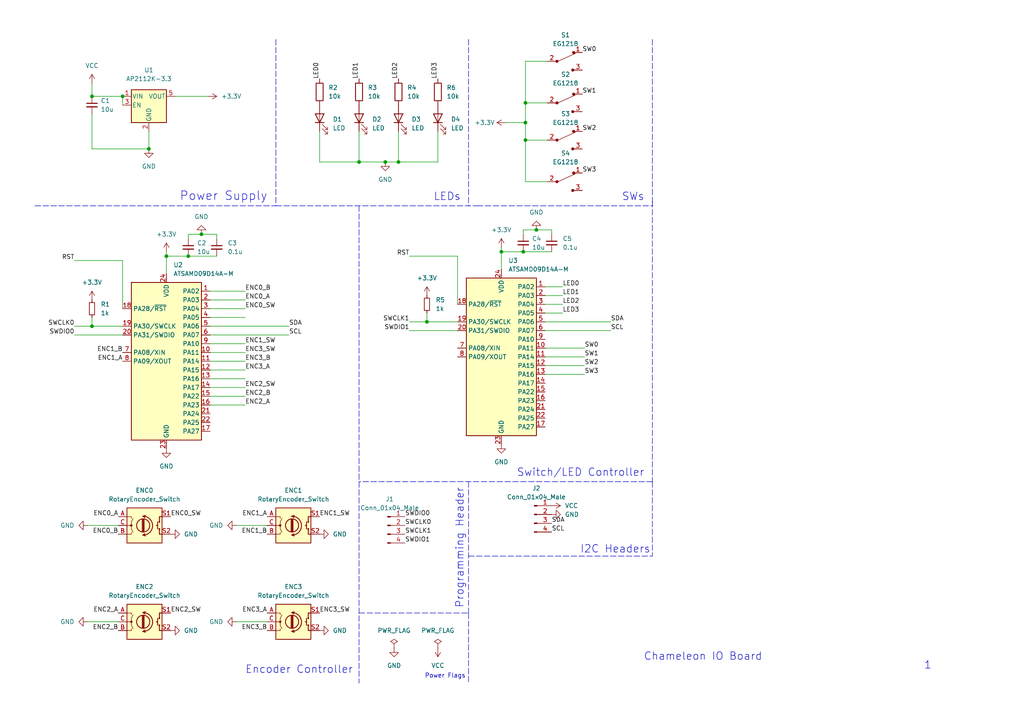
<source format=kicad_sch>
(kicad_sch (version 20211123) (generator eeschema)
  (paper "A4")
  (lib_symbols
    (symbol "Connector:Conn_01x04_Male" (pin_names (offset 1.016) hide)
      (property "Reference" "J" (at 0 5.08 0))
      (property "Value" "Conn_01x04_Male" (at 0 -7.62 0))
      (symbol "Conn_01x04_Male_1_1"
        (polyline (pts (xy 1.27 -5.08) (xy 0.8636 -5.08)) (stroke (width 0.1524)))
        (polyline (pts (xy 1.27 -2.54) (xy 0.8636 -2.54)) (stroke (width 0.1524)))
        (polyline (pts (xy 1.27 0) (xy 0.8636 0)) (stroke (width 0.1524)))
        (polyline (pts (xy 1.27 2.54) (xy 0.8636 2.54)) (stroke (width 0.1524)))
        (rectangle (start 0.8636 -4.953) (end 0 -5.207) (stroke (width 0.1524)) (fill (type outline)))
        (rectangle (start 0.8636 -2.413) (end 0 -2.667) (stroke (width 0.1524)) (fill (type outline)))
        (rectangle (start 0.8636 0.127) (end 0 -0.127) (stroke (width 0.1524)) (fill (type outline)))
        (rectangle (start 0.8636 2.667) (end 0 2.413) (stroke (width 0.1524)) (fill (type outline)))
        (pin passive line (at 5.08 2.54 180) (length 3.81) (name "Pin_1") (number "1"))
        (pin passive line (at 5.08 0 180) (length 3.81) (name "Pin_2") (number "2"))
        (pin passive line (at 5.08 -2.54 180) (length 3.81) (name "Pin_3") (number "3"))
        (pin passive line (at 5.08 -5.08 180) (length 3.81) (name "Pin_4") (number "4"))
      )
    )
    (symbol "Device:C_Small" (pin_numbers hide) (pin_names (offset 0.254) hide)
      (property "Reference" "C" (at 0.254 1.778 0))
      (property "Value" "C_Small" (at 0.254 -2.032 0))
      (symbol "C_Small_0_1"
        (polyline (pts (xy -1.524 -0.508) (xy 1.524 -0.508)) (stroke (width 0.3302)))
        (polyline (pts (xy -1.524 0.508) (xy 1.524 0.508)) (stroke (width 0.3048)))
      )
      (symbol "C_Small_1_1"
        (pin passive line (at 0 2.54 270) (length 2.032) (name "~") (number "1"))
        (pin passive line (at 0 -2.54 90) (length 2.032) (name "~") (number "2"))
      )
    )
    (symbol "Device:LED" (pin_numbers hide) (pin_names (offset 1.016) hide)
      (property "Reference" "D" (at 0 2.54 0))
      (property "Value" "LED" (at 0 -2.54 0))
      (symbol "LED_0_1"
        (polyline (pts (xy -1.27 -1.27) (xy -1.27 1.27)) (stroke (width 0.254)))
        (polyline (pts (xy -1.27 0) (xy 1.27 0)))
        (polyline (pts (xy 1.27 -1.27) (xy 1.27 1.27) (xy -1.27 0) (xy 1.27 -1.27)) (stroke (width 0.254)))
        (polyline (pts (xy -3.048 -0.762) (xy -4.572 -2.286) (xy -3.81 -2.286) (xy -4.572 -2.286) (xy -4.572 -1.524)))
        (polyline (pts (xy -1.778 -0.762) (xy -3.302 -2.286) (xy -2.54 -2.286) (xy -3.302 -2.286) (xy -3.302 -1.524)))
      )
      (symbol "LED_1_1"
        (pin passive line (at -3.81 0 0) (length 2.54) (name "K") (number "1"))
        (pin passive line (at 3.81 0 180) (length 2.54) (name "A") (number "2"))
      )
    )
    (symbol "Device:R" (pin_numbers hide) (pin_names (offset 0))
      (property "Reference" "R" (at 2.032 0 90))
      (property "Value" "R" (at 0 0 90))
      (symbol "R_0_1"
        (rectangle (start -1.016 -2.54) (end 1.016 2.54) (stroke (width 0.254)))
      )
      (symbol "R_1_1"
        (pin passive line (at 0 3.81 270) (length 1.27) (name "~") (number "1"))
        (pin passive line (at 0 -3.81 90) (length 1.27) (name "~") (number "2"))
      )
    )
    (symbol "Device:R_Small" (pin_numbers hide) (pin_names (offset 0.254) hide)
      (property "Reference" "R" (at 0.762 0.508 0))
      (property "Value" "R_Small" (at 0.762 -1.016 0))
      (symbol "R_Small_0_1"
        (rectangle (start -0.762 1.778) (end 0.762 -1.778) (stroke (width 0.2032)))
      )
      (symbol "R_Small_1_1"
        (pin passive line (at 0 2.54 270) (length 0.762) (name "~") (number "1"))
        (pin passive line (at 0 -2.54 90) (length 0.762) (name "~") (number "2"))
      )
    )
    (symbol "Device:RotaryEncoder_Switch" (pin_names (offset 0.254) hide)
      (property "Reference" "SW" (at 0 6.604 0))
      (property "Value" "RotaryEncoder_Switch" (at 0 -6.604 0))
      (symbol "RotaryEncoder_Switch_0_1"
        (rectangle (start -5.08 5.08) (end 5.08 -5.08) (stroke (width 0.254)) (fill (type background)))
        (circle (center -3.81 0) (radius 0.254) (fill (type outline)))
        (arc (start -0.381 -2.794) (mid 2.3622 -0.0508) (end -0.381 2.667) (stroke (width 0.254)))
        (circle (center -0.381 0) (radius 1.905) (stroke (width 0.254)))
        (polyline (pts (xy -0.635 -1.778) (xy -0.635 1.778)) (stroke (width 0.254)))
        (polyline (pts (xy -0.381 -1.778) (xy -0.381 1.778)) (stroke (width 0.254)))
        (polyline (pts (xy -0.127 1.778) (xy -0.127 -1.778)) (stroke (width 0.254)))
        (polyline (pts (xy 3.81 0) (xy 3.429 0)) (stroke (width 0.254)))
        (polyline (pts (xy 3.81 1.016) (xy 3.81 -1.016)) (stroke (width 0.254)))
        (polyline (pts (xy -5.08 -2.54) (xy -3.81 -2.54) (xy -3.81 -2.032)))
        (polyline (pts (xy -5.08 2.54) (xy -3.81 2.54) (xy -3.81 2.032)))
        (polyline (pts (xy 0.254 -3.048) (xy -0.508 -2.794) (xy 0.127 -2.413)) (stroke (width 0.254)))
        (polyline (pts (xy 0.254 2.921) (xy -0.508 2.667) (xy 0.127 2.286)) (stroke (width 0.254)))
        (polyline (pts (xy 5.08 -2.54) (xy 4.318 -2.54) (xy 4.318 -1.016)) (stroke (width 0.254)))
        (polyline (pts (xy 5.08 2.54) (xy 4.318 2.54) (xy 4.318 1.016)) (stroke (width 0.254)))
        (polyline (pts (xy -5.08 0) (xy -3.81 0) (xy -3.81 -1.016) (xy -3.302 -2.032)))
        (polyline (pts (xy -4.318 0) (xy -3.81 0) (xy -3.81 1.016) (xy -3.302 2.032)))
        (circle (center 4.318 -1.016) (radius 0.127) (stroke (width 0.254)))
        (circle (center 4.318 1.016) (radius 0.127) (stroke (width 0.254)))
      )
      (symbol "RotaryEncoder_Switch_1_1"
        (pin passive line (at -7.62 2.54 0) (length 2.54) (name "A") (number "A"))
        (pin passive line (at -7.62 -2.54 0) (length 2.54) (name "B") (number "B"))
        (pin passive line (at -7.62 0 0) (length 2.54) (name "C") (number "C"))
        (pin passive line (at 7.62 2.54 180) (length 2.54) (name "S1") (number "S1"))
        (pin passive line (at 7.62 -2.54 180) (length 2.54) (name "S2") (number "S2"))
      )
    )
    (symbol "MCU_Microchip_SAMD:ATSAMD09D14A-M"
      (property "Reference" "U" (at -10.16 24.13 0))
      (property "Value" "ATSAMD09D14A-M" (at 1.27 24.13 0))
      (symbol "ATSAMD09D14A-M_0_1"
        (rectangle (start -10.16 22.86) (end 10.16 -22.86) (stroke (width 0.254)) (fill (type background)))
      )
      (symbol "ATSAMD09D14A-M_1_1"
        (pin bidirectional line (at 12.7 20.32 180) (length 2.54) (name "PA02") (number "1"))
        (pin bidirectional line (at 12.7 2.54 180) (length 2.54) (name "PA11") (number "10"))
        (pin bidirectional line (at 12.7 0 180) (length 2.54) (name "PA14") (number "11"))
        (pin bidirectional line (at 12.7 -2.54 180) (length 2.54) (name "PA15") (number "12"))
        (pin bidirectional line (at 12.7 -5.08 180) (length 2.54) (name "PA16") (number "13"))
        (pin bidirectional line (at 12.7 -7.62 180) (length 2.54) (name "PA17") (number "14"))
        (pin bidirectional line (at 12.7 -10.16 180) (length 2.54) (name "PA22") (number "15"))
        (pin bidirectional line (at 12.7 -12.7 180) (length 2.54) (name "PA23") (number "16"))
        (pin bidirectional line (at 12.7 -20.32 180) (length 2.54) (name "PA27") (number "17"))
        (pin bidirectional line (at -12.7 15.24 0) (length 2.54) (name "PA28/~{RST}") (number "18"))
        (pin bidirectional line (at -12.7 10.16 0) (length 2.54) (name "PA30/SWCLK") (number "19"))
        (pin bidirectional line (at 12.7 17.78 180) (length 2.54) (name "PA03") (number "2"))
        (pin bidirectional line (at -12.7 7.62 0) (length 2.54) (name "PA31/SWDIO") (number "20"))
        (pin bidirectional line (at 12.7 -15.24 180) (length 2.54) (name "PA24") (number "21"))
        (pin bidirectional line (at 12.7 -17.78 180) (length 2.54) (name "PA25") (number "22"))
        (pin power_in line (at 0 -25.4 90) (length 2.54) (name "GND") (number "23"))
        (pin power_in line (at 0 25.4 270) (length 2.54) (name "VDD") (number "24"))
        (pin bidirectional line (at 12.7 15.24 180) (length 2.54) (name "PA04") (number "3"))
        (pin bidirectional line (at 12.7 12.7 180) (length 2.54) (name "PA05") (number "4"))
        (pin bidirectional line (at 12.7 10.16 180) (length 2.54) (name "PA06") (number "5"))
        (pin bidirectional line (at 12.7 7.62 180) (length 2.54) (name "PA07") (number "6"))
        (pin bidirectional line (at -12.7 2.54 0) (length 2.54) (name "PA08/XIN") (number "7"))
        (pin bidirectional line (at -12.7 0 0) (length 2.54) (name "PA09/XOUT") (number "8"))
        (pin bidirectional line (at 12.7 5.08 180) (length 2.54) (name "PA10") (number "9"))
      )
    )
    (symbol "Regulator_Linear:AP2112K-3.3" (pin_names (offset 0.254))
      (property "Reference" "U" (at -5.08 5.715 0))
      (property "Value" "AP2112K-3.3" (at 0 5.715 0))
      (symbol "AP2112K-3.3_0_1"
        (rectangle (start -5.08 4.445) (end 5.08 -5.08) (stroke (width 0.254)) (fill (type background)))
      )
      (symbol "AP2112K-3.3_1_1"
        (pin power_in line (at -7.62 2.54 0) (length 2.54) (name "VIN") (number "1"))
        (pin power_in line (at 0 -7.62 90) (length 2.54) (name "GND") (number "2"))
        (pin input line (at -7.62 0 0) (length 2.54) (name "EN") (number "3"))
        (pin no_connect line (at 5.08 0 180) (length 2.54) hide (name "NC") (number "4"))
        (pin power_out line (at 7.62 2.54 180) (length 2.54) (name "VOUT") (number "5"))
      )
    )
    (symbol "dk_Slide-Switches:EG1218" (pin_names (offset 0))
      (property "Reference" "S" (at -3.81 2.286 0))
      (property "Value" "EG1218" (at 0 -5.334 0))
      (symbol "EG1218_0_1"
        (circle (center -2.286 0) (radius 0.3556) (fill (type outline)))
        (polyline (pts (xy -2.032 0) (xy 3.048 2.286)))
        (circle (center 2.286 -2.54) (radius 0.3556) (fill (type outline)))
        (circle (center 2.54 2.54) (radius 0.3556) (fill (type outline)))
      )
      (symbol "EG1218_1_1"
        (pin passive line (at 5.08 2.54 180) (length 2.54) (name "~") (number "1"))
        (pin passive line (at -5.08 0 0) (length 2.54) (name "~") (number "2"))
        (pin passive line (at 5.08 -2.54 180) (length 2.54) (name "~") (number "3"))
      )
    )
    (symbol "power:+3.3V" (power) (pin_names (offset 0))
      (property "Value" "+3.3V" (at 0 3.556 0))
      (symbol "+3.3V_0_1"
        (polyline (pts (xy -0.762 1.27) (xy 0 2.54)))
        (polyline (pts (xy 0 0) (xy 0 2.54)))
        (polyline (pts (xy 0 2.54) (xy 0.762 1.27)))
      )
      (symbol "+3.3V_1_1"
        (pin power_in line (at 0 0 90) (length 0) hide (name "+3.3V") (number "1"))
      )
    )
    (symbol "power:GND" (power) (pin_names (offset 0))
      (property "Value" "GND" (at 0 -3.81 0))
      (symbol "GND_0_1"
        (polyline (pts (xy 0 0) (xy 0 -1.27) (xy 1.27 -1.27) (xy 0 -2.54) (xy -1.27 -1.27) (xy 0 -1.27)))
      )
      (symbol "GND_1_1"
        (pin power_in line (at 0 0 270) (length 0) hide (name "GND") (number "1"))
      )
    )
    (symbol "power:PWR_FLAG" (power) (pin_numbers hide) (pin_names (offset 0) hide)
      (property "Value" "PWR_FLAG" (at 0 3.81 0))
      (symbol "PWR_FLAG_0_0"
        (pin power_out line (at 0 0 90) (length 0) (name "pwr") (number "1"))
      )
      (symbol "PWR_FLAG_0_1"
        (polyline (pts (xy 0 0) (xy 0 1.27) (xy -1.016 1.905) (xy 0 2.54) (xy 1.016 1.905) (xy 0 1.27)))
      )
    )
    (symbol "power:VCC" (power) (pin_names (offset 0))
      (property "Value" "VCC" (at 0 3.81 0))
      (symbol "VCC_0_1"
        (polyline (pts (xy -0.762 1.27) (xy 0 2.54)))
        (polyline (pts (xy 0 0) (xy 0 2.54)))
        (polyline (pts (xy 0 2.54) (xy 0.762 1.27)))
      )
      (symbol "VCC_1_1"
        (pin power_in line (at 0 0 90) (length 0) hide (name "VCC") (number "1"))
      )
    )
  )
  (junction (at 26.67 27.94))
  (junction (at 151.765 73.025))
  (junction (at 26.67 94.615))
  (junction (at 145.415 73.025))
  (junction (at 155.575 66.675))
  (junction (at 152.4 40.64))
  (junction (at 43.18 43.18))
  (junction (at 152.4 35.56))
  (junction (at 115.57 46.99))
  (junction (at 48.26 74.295))
  (junction (at 111.76 46.99))
  (junction (at 104.14 46.99))
  (junction (at 123.825 93.345))
  (junction (at 58.42 67.945))
  (junction (at 152.4 29.845))
  (junction (at 35.56 27.94))
  (junction (at 54.61 74.295))
  (wire (pts (xy 152.4 40.64) (xy 158.75 40.64)))
  (polyline (pts (xy 80.01 59.69) (xy 138.43 59.69)))
  (wire (pts (xy 35.56 27.94) (xy 35.56 30.48)))
  (wire (pts (xy 21.59 94.615) (xy 26.67 94.615)))
  (wire (pts (xy 160.02 66.675) (xy 160.02 67.945)))
  (wire (pts (xy 60.96 104.775) (xy 71.12 104.775)))
  (wire (pts (xy 92.71 38.1) (xy 92.71 46.99)))
  (wire (pts (xy 127 46.99) (xy 115.57 46.99)))
  (wire (pts (xy 158.115 93.345) (xy 177.165 93.345)))
  (wire (pts (xy 21.59 97.155) (xy 35.56 97.155)))
  (polyline (pts (xy 135.89 139.7) (xy 135.89 177.8)))
  (wire (pts (xy 60.96 114.935) (xy 71.12 114.935)))
  (wire (pts (xy 145.415 73.025) (xy 151.765 73.025)))
  (wire (pts (xy 145.415 71.755) (xy 145.415 73.025)))
  (wire (pts (xy 26.67 27.94) (xy 35.56 27.94)))
  (wire (pts (xy 26.67 92.075) (xy 26.67 94.615)))
  (wire (pts (xy 158.115 88.265) (xy 163.195 88.265)))
  (wire (pts (xy 68.58 152.4) (xy 77.47 152.4)))
  (wire (pts (xy 104.14 46.99) (xy 111.76 46.99)))
  (wire (pts (xy 158.115 85.725) (xy 163.195 85.725)))
  (wire (pts (xy 118.745 93.345) (xy 123.825 93.345)))
  (wire (pts (xy 26.67 94.615) (xy 35.56 94.615)))
  (wire (pts (xy 60.96 107.315) (xy 71.12 107.315)))
  (wire (pts (xy 115.57 38.1) (xy 115.57 46.99)))
  (wire (pts (xy 25.4 152.4) (xy 34.29 152.4)))
  (wire (pts (xy 152.4 40.64) (xy 152.4 52.705)))
  (polyline (pts (xy 104.14 59.69) (xy 104.14 198.12)))
  (wire (pts (xy 25.4 180.34) (xy 34.29 180.34)))
  (polyline (pts (xy 189.23 11.43) (xy 189.23 59.69)))
  (wire (pts (xy 92.71 46.99) (xy 104.14 46.99)))
  (wire (pts (xy 118.745 95.885) (xy 132.715 95.885)))
  (wire (pts (xy 54.61 67.945) (xy 58.42 67.945)))
  (wire (pts (xy 158.115 106.045) (xy 169.545 106.045)))
  (wire (pts (xy 60.96 97.155) (xy 83.82 97.155)))
  (wire (pts (xy 152.4 17.78) (xy 152.4 29.845)))
  (polyline (pts (xy 135.89 161.29) (xy 189.23 161.29)))
  (wire (pts (xy 152.4 52.705) (xy 158.75 52.705)))
  (wire (pts (xy 152.4 29.845) (xy 152.4 35.56)))
  (polyline (pts (xy 104.14 177.8) (xy 135.89 177.8)))
  (wire (pts (xy 127 38.1) (xy 127 46.99)))
  (wire (pts (xy 35.56 89.535) (xy 35.56 75.565)))
  (wire (pts (xy 60.96 89.535) (xy 71.12 89.535)))
  (wire (pts (xy 60.96 102.235) (xy 71.12 102.235)))
  (wire (pts (xy 48.26 73.025) (xy 48.26 74.295)))
  (wire (pts (xy 158.115 100.965) (xy 169.545 100.965)))
  (wire (pts (xy 60.96 92.075) (xy 71.12 92.075)))
  (wire (pts (xy 145.415 73.025) (xy 145.415 78.105)))
  (wire (pts (xy 155.575 66.675) (xy 160.02 66.675)))
  (wire (pts (xy 118.745 74.295) (xy 132.715 74.295)))
  (wire (pts (xy 43.18 38.1) (xy 43.18 43.18)))
  (wire (pts (xy 60.96 112.395) (xy 71.12 112.395)))
  (wire (pts (xy 60.96 86.995) (xy 71.12 86.995)))
  (polyline (pts (xy 10.16 59.69) (xy 80.01 59.69)))
  (wire (pts (xy 50.8 27.94) (xy 60.325 27.94)))
  (wire (pts (xy 151.765 66.675) (xy 155.575 66.675)))
  (wire (pts (xy 54.61 69.215) (xy 54.61 67.945)))
  (wire (pts (xy 115.57 46.99) (xy 111.76 46.99)))
  (wire (pts (xy 26.67 24.13) (xy 26.67 27.94)))
  (wire (pts (xy 152.4 35.56) (xy 152.4 40.64)))
  (wire (pts (xy 123.825 93.345) (xy 132.715 93.345)))
  (wire (pts (xy 60.96 84.455) (xy 71.12 84.455)))
  (wire (pts (xy 158.115 90.805) (xy 163.195 90.805)))
  (polyline (pts (xy 138.43 59.69) (xy 189.23 59.69)))
  (wire (pts (xy 158.115 95.885) (xy 177.165 95.885)))
  (wire (pts (xy 48.26 74.295) (xy 48.26 79.375)))
  (wire (pts (xy 54.61 74.295) (xy 62.865 74.295)))
  (wire (pts (xy 60.96 109.855) (xy 71.12 109.855)))
  (wire (pts (xy 60.96 117.475) (xy 71.12 117.475)))
  (polyline (pts (xy 80.01 11.43) (xy 80.01 59.69)))
  (wire (pts (xy 158.115 83.185) (xy 163.195 83.185)))
  (polyline (pts (xy 189.23 139.7) (xy 189.23 161.29)))
  (wire (pts (xy 158.75 17.78) (xy 152.4 17.78)))
  (wire (pts (xy 60.96 94.615) (xy 83.82 94.615)))
  (polyline (pts (xy 189.23 139.7) (xy 104.14 139.7)))
  (wire (pts (xy 151.765 67.945) (xy 151.765 66.675)))
  (wire (pts (xy 123.825 90.805) (xy 123.825 93.345)))
  (wire (pts (xy 48.26 74.295) (xy 54.61 74.295)))
  (wire (pts (xy 26.67 33.02) (xy 26.67 43.18)))
  (wire (pts (xy 158.115 103.505) (xy 169.545 103.505)))
  (polyline (pts (xy 189.23 58.42) (xy 189.23 139.7)))
  (wire (pts (xy 146.685 35.56) (xy 152.4 35.56)))
  (wire (pts (xy 132.715 88.265) (xy 132.715 74.295)))
  (wire (pts (xy 151.765 73.025) (xy 160.02 73.025)))
  (wire (pts (xy 26.67 43.18) (xy 43.18 43.18)))
  (wire (pts (xy 60.96 99.695) (xy 71.12 99.695)))
  (polyline (pts (xy 135.89 177.8) (xy 135.89 198.12)))
  (wire (pts (xy 58.42 67.945) (xy 62.865 67.945)))
  (wire (pts (xy 62.865 67.945) (xy 62.865 69.215)))
  (polyline (pts (xy 135.89 11.43) (xy 135.89 59.69)))
  (wire (pts (xy 104.14 38.1) (xy 104.14 46.99)))
  (wire (pts (xy 21.59 75.565) (xy 35.56 75.565)))
  (wire (pts (xy 158.115 108.585) (xy 169.545 108.585)))
  (wire (pts (xy 68.58 180.34) (xy 77.47 180.34)))
  (wire (pts (xy 152.4 29.845) (xy 158.75 29.845)))
  (text "SWs" (at 180.34 58.42 0) (effects (font (size 2.2 2.2)) (justify left bottom)))
  (text "Switch/LED Controller" (at 149.86 138.43 0) (effects (font (size 2.2 2.2)) (justify left bottom)))
  (text "1" (at 267.97 194.31 0) (effects (font (size 2.2 2.2)) (justify left bottom)))
  (text "I2C Headers" (at 168.275 160.655 0) (effects (font (size 2.2 2.2)) (justify left bottom)))
  (text "Power Flags" (at 123.19 196.85 0) (effects (font (size 1.27 1.27)) (justify left bottom)))
  (text "Chameleon IO Board" (at 186.69 191.77 0) (effects (font (size 2.2 2.2)) (justify left bottom)))
  (text "Encoder Controller" (at 71.12 195.58 0) (effects (font (size 2.2 2.2)) (justify left bottom)))
  (text "LEDs" (at 125.73 58.42 0) (effects (font (size 2.2 2.2)) (justify left bottom)))
  (text "Power Supply" (at 52.07 58.42 0) (effects (font (size 2.5 2.5)) (justify left bottom)))
  (text "Programming Header" (at 134.62 176.53 90) (effects (font (size 2.2 2.2)) (justify left bottom)))
  (label "SCL" (at 83.82 97.155 0))
  (label "SW1" (at 168.91 27.305 0))
  (label "ENC1_SW" (at 92.71 149.86 0))
  (label "ENC0_SW" (at 71.12 89.535 0))
  (label "ENC1_SW" (at 71.12 99.695 0))
  (label "SWDIO1" (at 118.745 95.885 180))
  (label "SCL" (at 160.02 154.305 0))
  (label "ENC2_B" (at 34.29 182.88 180))
  (label "ENC3_SW" (at 92.71 177.8 0))
  (label "LED0" (at 163.195 83.185 0))
  (label "LED2" (at 115.57 22.86 90))
  (label "SW1" (at 169.545 103.505 0))
  (label "SWCLK0" (at 117.475 152.4 0))
  (label "SW2" (at 168.91 38.1 0))
  (label "RST" (at 118.745 74.295 180))
  (label "SCL" (at 177.165 95.885 0))
  (label "SW3" (at 168.91 50.165 0))
  (label "ENC2_SW" (at 49.53 177.8 0))
  (label "LED3" (at 127 22.86 90))
  (label "ENC2_B" (at 71.12 114.935 0))
  (label "ENC2_A" (at 34.29 177.8 180))
  (label "SW3" (at 169.545 108.585 0))
  (label "ENC1_B" (at 35.56 102.235 180))
  (label "SWCLK0" (at 21.59 94.615 180))
  (label "ENC3_A" (at 71.12 107.315 0))
  (label "ENC3_B" (at 71.12 104.775 0))
  (label "ENC0_B" (at 34.29 154.94 180))
  (label "LED2" (at 163.195 88.265 0))
  (label "SW0" (at 168.91 15.24 0))
  (label "SW2" (at 169.545 106.045 0))
  (label "SDA" (at 177.165 93.345 0))
  (label "SWDIO1" (at 117.475 157.48 0))
  (label "LED3" (at 163.195 90.805 0))
  (label "SDA" (at 160.02 151.765 0))
  (label "LED1" (at 163.195 85.725 0))
  (label "RST" (at 21.59 75.565 180))
  (label "SW0" (at 169.545 100.965 0))
  (label "ENC1_A" (at 77.47 149.86 180))
  (label "SDA" (at 83.82 94.615 0))
  (label "LED0" (at 92.71 22.86 90))
  (label "ENC3_B" (at 77.47 182.88 180))
  (label "ENC0_B" (at 71.12 84.455 0))
  (label "ENC2_SW" (at 71.12 112.395 0))
  (label "ENC1_B" (at 77.47 154.94 180))
  (label "LED1" (at 104.14 22.86 90))
  (label "ENC0_A" (at 71.12 86.995 0))
  (label "ENC1_A" (at 35.56 104.775 180))
  (label "SWDIO0" (at 117.475 149.86 0))
  (label "SWCLK1" (at 117.475 154.94 0))
  (label "ENC3_A" (at 77.47 177.8 180))
  (label "ENC3_SW" (at 71.12 102.235 0))
  (label "ENC0_SW" (at 49.53 149.86 0))
  (label "SWDIO0" (at 21.59 97.155 180))
  (label "ENC2_A" (at 71.12 117.475 0))
  (label "ENC0_A" (at 34.29 149.86 180))
  (label "SWCLK1" (at 118.745 93.345 180))
  (symbol (lib_id "Device:R_Small") (at 123.825 88.265 0) (unit 1)
    (property "Reference" "R5" (at 126.365 86.9949 0) (effects (justify left)))
    (property "Value" "1k" (at 126.365 89.5349 0) (effects (justify left)))
    (property "Footprint" "Resistor_SMD:R_0603_1608Metric" (effects hide))
  )
  (symbol (lib_id "Device:LED") (at 92.71 34.29 90) (unit 1)
    (property "Reference" "D1" (at 96.52 34.6074 90) (effects (justify right)))
    (property "Value" "LED" (at 96.52 37.1474 90) (effects (justify right)))
    (property "Footprint" "LED_THT:LED_D3.0mm" (effects hide))
  )
  (symbol (lib_id "power:+3.3V") (at 48.26 73.025 0) (unit 1)
    (property "Reference" "#PWR0107" (effects hide))
    (property "Value" "+3.3V" (at 48.26 67.945 0))
  )
  (symbol (lib_id "Device:LED") (at 127 34.29 90) (unit 1)
    (property "Reference" "D4" (at 130.81 34.6074 90) (effects (justify right)))
    (property "Value" "LED" (at 130.81 37.1474 90) (effects (justify right)))
    (property "Footprint" "LED_THT:LED_D3.0mm" (effects hide))
  )
  (symbol (lib_id "power:VCC") (at 160.02 146.685 270) (mirror x) (unit 1)
    (property "Reference" "#PWR0125" (effects hide))
    (property "Value" "VCC" (at 163.83 146.6851 90) (effects (justify left)))
  )
  (symbol (lib_id "power:GND") (at 49.53 154.94 90) (unit 1)
    (property "Reference" "#PWR0108" (effects hide))
    (property "Value" "GND" (at 53.34 154.9399 90) (effects (justify right)))
  )
  (symbol (lib_id "power:GND") (at 111.76 46.99 0) (unit 1)
    (property "Reference" "#PWR0124" (effects hide))
    (property "Value" "GND" (at 111.76 52.07 0))
  )
  (symbol (lib_id "Device:C_Small") (at 151.765 70.485 0) (unit 1)
    (property "Reference" "C4" (at 154.305 69.2212 0) (effects (justify left)))
    (property "Value" "10u" (at 154.305 71.7612 0) (effects (justify left)))
    (property "Footprint" "Capacitor_SMD:C_0201_0603Metric" (effects hide))
  )
  (symbol (lib_id "power:GND") (at 43.18 43.18 0) (unit 1)
    (property "Reference" "#PWR0102" (effects hide))
    (property "Value" "GND" (at 43.18 48.26 0))
  )
  (symbol (lib_id "power:+3.3V") (at 146.685 35.56 90) (unit 1)
    (property "Reference" "#PWR0121" (effects hide))
    (property "Value" "+3.3V" (at 143.51 35.5599 90) (effects (justify left)))
  )
  (symbol (lib_id "dk_Slide-Switches:EG1218") (at 163.83 52.705 0) (unit 1)
    (property "Reference" "S4" (at 164.0332 44.45 0))
    (property "Value" "EG1218" (at 164.0332 46.99 0))
    (property "Footprint" "digikey-footprints:Switch_Slide_11.6x4mm_EG1218" (effects hide))
    (property "Datasheet" "http://spec_sheets.e-switch.com/specs/P040040.pdf" (effects hide))
    (property "Digi-Key_PN" "EG1903-ND" (effects hide))
    (property "MPN" "EG1218" (effects hide))
    (property "Category" "Switches" (effects hide))
    (property "Family" "Slide Switches" (effects hide))
    (property "DK_Datasheet_Link" "http://spec_sheets.e-switch.com/specs/P040040.pdf" (effects hide))
    (property "DK_Detail_Page" "/product-detail/en/e-switch/EG1218/EG1903-ND/101726" (effects hide))
    (property "Description" "SWITCH SLIDE SPDT 200MA 30V" (effects hide))
    (property "Manufacturer" "E-Switch" (effects hide))
    (property "Status" "Active" (effects hide))
  )
  (symbol (lib_id "Device:RotaryEncoder_Switch") (at 41.91 152.4 0) (unit 1)
    (property "Reference" "ENC0" (at 41.91 142.24 0))
    (property "Value" "RotaryEncoder_Switch" (at 41.91 144.78 0))
    (property "Footprint" "Rotary_Encoder:RotaryEncoder_Bourns_Vertical_PEC12R-3xxxF-Sxxxx" (effects hide))
  )
  (symbol (lib_id "power:+3.3V") (at 123.825 85.725 0) (unit 1)
    (property "Reference" "#PWR0122" (effects hide))
    (property "Value" "+3.3V" (at 123.825 80.645 0))
  )
  (symbol (lib_id "Regulator_Linear:AP2112K-3.3") (at 43.18 30.48 0) (unit 1)
    (property "Reference" "U1" (at 43.18 20.32 0))
    (property "Value" "AP2112K-3.3" (at 43.18 22.86 0))
    (property "Footprint" "Package_TO_SOT_SMD:SOT-23-5" (effects hide))
    (property "Datasheet" "https://www.diodes.com/assets/Datasheets/AP2112.pdf" (effects hide))
  )
  (symbol (lib_id "Device:R") (at 92.71 26.67 0) (unit 1)
    (property "Reference" "R2" (at 95.25 25.3999 0) (effects (justify left)))
    (property "Value" "10k" (at 95.25 27.9399 0) (effects (justify left)))
    (property "Footprint" "Resistor_SMD:R_0603_1608Metric" (effects hide))
  )
  (symbol (lib_id "power:GND") (at 25.4 152.4 270) (unit 1)
    (property "Reference" "#PWR0113" (effects hide))
    (property "Value" "GND" (at 21.59 152.3999 90) (effects (justify right)))
  )
  (symbol (lib_id "Device:LED") (at 104.14 34.29 90) (unit 1)
    (property "Reference" "D2" (at 107.95 34.6074 90) (effects (justify right)))
    (property "Value" "LED" (at 107.95 37.1474 90) (effects (justify right)))
    (property "Footprint" "LED_THT:LED_D3.0mm" (effects hide))
  )
  (symbol (lib_id "power:PWR_FLAG") (at 127 187.96 0) (unit 1)
    (property "Reference" "#FLG0102" (effects hide))
    (property "Value" "PWR_FLAG" (at 127 182.88 0))
  )
  (symbol (lib_id "power:GND") (at 155.575 66.675 180) (unit 1)
    (property "Reference" "#PWR0127" (effects hide))
    (property "Value" "GND" (at 155.575 61.595 0))
  )
  (symbol (lib_id "power:GND") (at 145.415 128.905 0) (unit 1)
    (property "Reference" "#PWR0116" (effects hide))
    (property "Value" "GND" (at 145.415 133.985 0))
  )
  (symbol (lib_id "power:+3.3V") (at 26.67 86.995 0) (unit 1)
    (property "Reference" "#PWR0105" (effects hide))
    (property "Value" "+3.3V" (at 26.67 81.915 0))
  )
  (symbol (lib_id "Device:RotaryEncoder_Switch") (at 85.09 180.34 0) (unit 1)
    (property "Reference" "ENC3" (at 85.09 170.18 0))
    (property "Value" "RotaryEncoder_Switch" (at 85.09 172.72 0))
    (property "Footprint" "Rotary_Encoder:RotaryEncoder_Bourns_Vertical_PEC12R-3xxxF-Sxxxx" (effects hide))
  )
  (symbol (lib_id "power:GND") (at 58.42 67.945 180) (unit 1)
    (property "Reference" "#PWR0103" (effects hide))
    (property "Value" "GND" (at 58.42 62.865 0))
  )
  (symbol (lib_id "Device:RotaryEncoder_Switch") (at 41.91 180.34 0) (unit 1)
    (property "Reference" "ENC2" (at 41.91 170.18 0))
    (property "Value" "RotaryEncoder_Switch" (at 41.91 172.72 0))
    (property "Footprint" "Rotary_Encoder:RotaryEncoder_Bourns_Vertical_PEC12R-3xxxF-Sxxxx" (effects hide))
  )
  (symbol (lib_id "power:VCC") (at 26.67 24.13 0) (unit 1)
    (property "Reference" "#PWR0101" (effects hide))
    (property "Value" "VCC" (at 26.67 19.05 0))
  )
  (symbol (lib_id "Device:C_Small") (at 26.67 30.48 0) (unit 1)
    (property "Reference" "C1" (at 29.21 29.2162 0) (effects (justify left)))
    (property "Value" "10u" (at 29.21 31.7562 0) (effects (justify left)))
    (property "Footprint" "Capacitor_SMD:C_0201_0603Metric" (effects hide))
  )
  (symbol (lib_id "MCU_Microchip_SAMD:ATSAMD09D14A-M") (at 145.415 103.505 0) (unit 1)
    (property "Reference" "U3" (at 147.4344 75.565 0) (effects (justify left)))
    (property "Value" "ATSAMD09D14A-M" (at 147.4344 78.105 0) (effects (justify left)))
    (property "Footprint" "Package_DFN_QFN:QFN-24-1EP_4x4mm_P0.5mm_EP2.6x2.6mm" (effects hide))
    (property "Datasheet" "http://ww1.microchip.com/downloads/en/DeviceDoc/Atmel-42414-SAM-D09_Datasheet.pdf" (effects hide))
  )
  (symbol (lib_id "dk_Slide-Switches:EG1218") (at 163.83 40.64 0) (unit 1)
    (property "Reference" "S3" (at 164.0332 33.02 0))
    (property "Value" "EG1218" (at 164.0332 35.56 0))
    (property "Footprint" "digikey-footprints:Switch_Slide_11.6x4mm_EG1218" (effects hide))
    (property "Datasheet" "http://spec_sheets.e-switch.com/specs/P040040.pdf" (effects hide))
    (property "Digi-Key_PN" "EG1903-ND" (effects hide))
    (property "MPN" "EG1218" (effects hide))
    (property "Category" "Switches" (effects hide))
    (property "Family" "Slide Switches" (effects hide))
    (property "DK_Datasheet_Link" "http://spec_sheets.e-switch.com/specs/P040040.pdf" (effects hide))
    (property "DK_Detail_Page" "/product-detail/en/e-switch/EG1218/EG1903-ND/101726" (effects hide))
    (property "Description" "SWITCH SLIDE SPDT 200MA 30V" (effects hide))
    (property "Manufacturer" "E-Switch" (effects hide))
    (property "Status" "Active" (effects hide))
  )
  (symbol (lib_id "Device:LED") (at 115.57 34.29 90) (unit 1)
    (property "Reference" "D3" (at 119.38 34.6074 90) (effects (justify right)))
    (property "Value" "LED" (at 119.38 37.1474 90) (effects (justify right)))
    (property "Footprint" "LED_THT:LED_D3.0mm" (effects hide))
  )
  (symbol (lib_id "power:+3.3V") (at 145.415 71.755 0) (unit 1)
    (property "Reference" "#PWR0123" (effects hide))
    (property "Value" "+3.3V" (at 145.415 66.675 0))
  )
  (symbol (lib_id "power:GND") (at 114.3 187.96 0) (unit 1)
    (property "Reference" "#PWR0119" (effects hide))
    (property "Value" "GND" (at 114.3 193.04 0))
  )
  (symbol (lib_id "power:GND") (at 49.53 182.88 90) (unit 1)
    (property "Reference" "#PWR0115" (effects hide))
    (property "Value" "GND" (at 53.34 182.8799 90) (effects (justify right)))
  )
  (symbol (lib_id "power:+3.3V") (at 60.325 27.94 270) (unit 1)
    (property "Reference" "#PWR0104" (effects hide))
    (property "Value" "+3.3V" (at 64.135 27.9399 90) (effects (justify left)))
  )
  (symbol (lib_id "Connector:Conn_01x04_Male") (at 112.395 152.4 0) (unit 1)
    (property "Reference" "J1" (at 113.03 144.78 0))
    (property "Value" "Conn_01x04_Male" (at 113.03 147.32 0))
    (property "Footprint" "Connector_PinHeader_2.54mm:PinHeader_1x04_P2.54mm_Vertical" (effects hide))
  )
  (symbol (lib_id "power:GND") (at 68.58 152.4 270) (unit 1)
    (property "Reference" "#PWR0112" (effects hide))
    (property "Value" "GND" (at 64.77 152.3999 90) (effects (justify right)))
  )
  (symbol (lib_id "Device:C_Small") (at 160.02 70.485 0) (unit 1)
    (property "Reference" "C5" (at 163.195 69.2212 0) (effects (justify left)))
    (property "Value" "0.1u" (at 163.195 71.7612 0) (effects (justify left)))
    (property "Footprint" "Capacitor_SMD:C_0201_0603Metric" (effects hide))
  )
  (symbol (lib_id "dk_Slide-Switches:EG1218") (at 163.83 17.78 0) (unit 1)
    (property "Reference" "S1" (at 164.0332 10.16 0))
    (property "Value" "EG1218" (at 164.0332 12.7 0))
    (property "Footprint" "digikey-footprints:Switch_Slide_11.6x4mm_EG1218" (effects hide))
    (property "Datasheet" "http://spec_sheets.e-switch.com/specs/P040040.pdf" (effects hide))
    (property "Digi-Key_PN" "EG1903-ND" (effects hide))
    (property "MPN" "EG1218" (effects hide))
    (property "Category" "Switches" (effects hide))
    (property "Family" "Slide Switches" (effects hide))
    (property "DK_Datasheet_Link" "http://spec_sheets.e-switch.com/specs/P040040.pdf" (effects hide))
    (property "DK_Detail_Page" "/product-detail/en/e-switch/EG1218/EG1903-ND/101726" (effects hide))
    (property "Description" "SWITCH SLIDE SPDT 200MA 30V" (effects hide))
    (property "Manufacturer" "E-Switch" (effects hide))
    (property "Status" "Active" (effects hide))
  )
  (symbol (lib_id "Device:R") (at 104.14 26.67 0) (unit 1)
    (property "Reference" "R3" (at 106.68 25.3999 0) (effects (justify left)))
    (property "Value" "10k" (at 106.68 27.9399 0) (effects (justify left)))
    (property "Footprint" "Resistor_SMD:R_0603_1608Metric" (effects hide))
  )
  (symbol (lib_id "dk_Slide-Switches:EG1218") (at 163.83 29.845 0) (unit 1)
    (property "Reference" "S2" (at 164.0332 21.59 0))
    (property "Value" "EG1218" (at 164.0332 24.13 0))
    (property "Footprint" "digikey-footprints:Switch_Slide_11.6x4mm_EG1218" (effects hide))
    (property "Datasheet" "http://spec_sheets.e-switch.com/specs/P040040.pdf" (effects hide))
    (property "Digi-Key_PN" "EG1903-ND" (effects hide))
    (property "MPN" "EG1218" (effects hide))
    (property "Category" "Switches" (effects hide))
    (property "Family" "Slide Switches" (effects hide))
    (property "DK_Datasheet_Link" "http://spec_sheets.e-switch.com/specs/P040040.pdf" (effects hide))
    (property "DK_Detail_Page" "/product-detail/en/e-switch/EG1218/EG1903-ND/101726" (effects hide))
    (property "Description" "SWITCH SLIDE SPDT 200MA 30V" (effects hide))
    (property "Manufacturer" "E-Switch" (effects hide))
    (property "Status" "Active" (effects hide))
  )
  (symbol (lib_id "Device:C_Small") (at 62.865 71.755 0) (unit 1)
    (property "Reference" "C3" (at 66.04 70.4912 0) (effects (justify left)))
    (property "Value" "0.1u" (at 66.04 73.0312 0) (effects (justify left)))
    (property "Footprint" "Capacitor_SMD:C_0201_0603Metric" (effects hide))
  )
  (symbol (lib_id "Device:R") (at 127 26.67 0) (unit 1)
    (property "Reference" "R6" (at 129.54 25.3999 0) (effects (justify left)))
    (property "Value" "10k" (at 129.54 27.9399 0) (effects (justify left)))
    (property "Footprint" "Resistor_SMD:R_0603_1608Metric" (effects hide))
  )
  (symbol (lib_id "Device:RotaryEncoder_Switch") (at 85.09 152.4 0) (unit 1)
    (property "Reference" "ENC1" (at 85.09 142.24 0))
    (property "Value" "RotaryEncoder_Switch" (at 85.09 144.78 0))
    (property "Footprint" "Rotary_Encoder:RotaryEncoder_Bourns_Vertical_PEC12R-3xxxF-Sxxxx" (effects hide))
  )
  (symbol (lib_id "power:GND") (at 92.71 182.88 90) (unit 1)
    (property "Reference" "#PWR0114" (effects hide))
    (property "Value" "GND" (at 96.52 182.8799 90) (effects (justify right)))
  )
  (symbol (lib_id "Device:R_Small") (at 26.67 89.535 0) (unit 1)
    (property "Reference" "R1" (at 29.21 88.2649 0) (effects (justify left)))
    (property "Value" "1k" (at 29.21 90.8049 0) (effects (justify left)))
    (property "Footprint" "Resistor_SMD:R_0603_1608Metric" (effects hide))
  )
  (symbol (lib_id "power:GND") (at 160.02 149.225 90) (unit 1)
    (property "Reference" "#PWR0117" (effects hide))
    (property "Value" "GND" (at 163.83 149.2249 90) (effects (justify right)))
  )
  (symbol (lib_id "power:GND") (at 48.26 130.175 0) (unit 1)
    (property "Reference" "#PWR0106" (effects hide))
    (property "Value" "GND" (at 48.26 135.255 0))
  )
  (symbol (lib_id "power:PWR_FLAG") (at 114.3 187.96 0) (unit 1)
    (property "Reference" "#FLG0101" (effects hide))
    (property "Value" "PWR_FLAG" (at 114.3 182.88 0))
  )
  (symbol (lib_id "power:GND") (at 25.4 180.34 270) (unit 1)
    (property "Reference" "#PWR0109" (effects hide))
    (property "Value" "GND" (at 21.59 180.3399 90) (effects (justify right)))
  )
  (symbol (lib_id "Device:C_Small") (at 54.61 71.755 0) (unit 1)
    (property "Reference" "C2" (at 57.15 70.4912 0) (effects (justify left)))
    (property "Value" "10u" (at 57.15 73.0312 0) (effects (justify left)))
    (property "Footprint" "Capacitor_SMD:C_0201_0603Metric" (effects hide))
  )
  (symbol (lib_id "MCU_Microchip_SAMD:ATSAMD09D14A-M") (at 48.26 104.775 0) (unit 1)
    (property "Reference" "U2" (at 50.2794 76.835 0) (effects (justify left)))
    (property "Value" "ATSAMD09D14A-M" (at 50.2794 79.375 0) (effects (justify left)))
    (property "Footprint" "Package_DFN_QFN:QFN-24-1EP_4x4mm_P0.5mm_EP2.6x2.6mm" (effects hide))
    (property "Datasheet" "http://ww1.microchip.com/downloads/en/DeviceDoc/Atmel-42414-SAM-D09_Datasheet.pdf" (effects hide))
  )
  (symbol (lib_id "power:VCC") (at 127 187.96 180) (unit 1)
    (property "Reference" "#PWR0120" (effects hide))
    (property "Value" "VCC" (at 127 193.04 0))
  )
  (symbol (lib_id "power:GND") (at 68.58 180.34 270) (unit 1)
    (property "Reference" "#PWR0110" (effects hide))
    (property "Value" "GND" (at 64.77 180.3399 90) (effects (justify right)))
  )
  (symbol (lib_id "Connector:Conn_01x04_Male") (at 154.94 149.225 0) (unit 1)
    (property "Reference" "J2" (at 155.575 141.605 0))
    (property "Value" "Conn_01x04_Male" (at 155.575 144.145 0))
    (property "Footprint" "Connector_PinHeader_2.54mm:PinHeader_1x04_P2.54mm_Vertical" (effects hide))
  )
  (symbol (lib_id "power:GND") (at 92.71 154.94 90) (unit 1)
    (property "Reference" "#PWR0111" (effects hide))
    (property "Value" "GND" (at 96.52 154.9399 90) (effects (justify right)))
  )
  (symbol (lib_id "Device:R") (at 115.57 26.67 0) (unit 1)
    (property "Reference" "R4" (at 118.11 25.3999 0) (effects (justify left)))
    (property "Value" "10k" (at 118.11 27.9399 0) (effects (justify left)))
    (property "Footprint" "Resistor_SMD:R_0603_1608Metric" (effects hide))
  )
)
</source>
